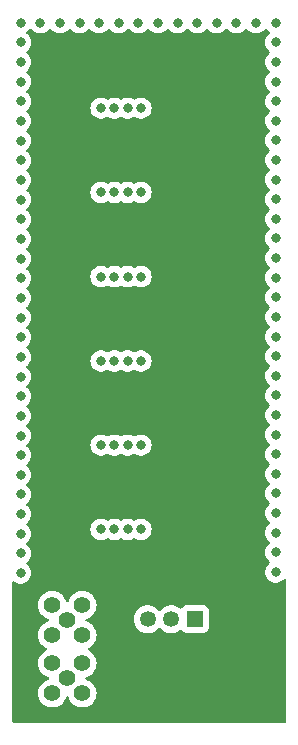
<source format=gbl>
G04 #@! TF.GenerationSoftware,KiCad,Pcbnew,8.0.1-8.0.1-1~ubuntu22.04.1*
G04 #@! TF.CreationDate,2024-03-18T13:01:17-05:00*
G04 #@! TF.ProjectId,onsemi-version,6f6e7365-6d69-42d7-9665-7273696f6e2e,rev?*
G04 #@! TF.SameCoordinates,Original*
G04 #@! TF.FileFunction,Copper,L2,Bot*
G04 #@! TF.FilePolarity,Positive*
%FSLAX46Y46*%
G04 Gerber Fmt 4.6, Leading zero omitted, Abs format (unit mm)*
G04 Created by KiCad (PCBNEW 8.0.1-8.0.1-1~ubuntu22.04.1) date 2024-03-18 13:01:17*
%MOMM*%
%LPD*%
G01*
G04 APERTURE LIST*
G04 #@! TA.AperFunction,ComponentPad*
%ADD10C,1.397000*%
G04 #@! TD*
G04 #@! TA.AperFunction,ComponentPad*
%ADD11R,1.350000X1.350000*%
G04 #@! TD*
G04 #@! TA.AperFunction,ComponentPad*
%ADD12C,1.350000*%
G04 #@! TD*
G04 #@! TA.AperFunction,ViaPad*
%ADD13C,0.800000*%
G04 #@! TD*
G04 APERTURE END LIST*
D10*
X45195000Y-86902000D03*
X43925000Y-85632000D03*
X43925000Y-88172000D03*
X46465000Y-88172000D03*
X46465000Y-85632000D03*
D11*
X56000000Y-86832000D03*
D12*
X54000000Y-86832000D03*
X52000000Y-86832000D03*
D10*
X45195000Y-91832000D03*
X43925000Y-90562000D03*
X43925000Y-93102000D03*
X46465000Y-93102000D03*
X46465000Y-90562000D03*
D13*
X51425000Y-43568000D03*
X62839282Y-72867708D03*
X61178568Y-36332000D03*
X62839282Y-61242710D03*
X48050000Y-72096000D03*
X50300000Y-50700000D03*
X41250000Y-64624845D03*
X48050000Y-79228000D03*
X62839282Y-49617712D03*
X62839282Y-51278426D03*
X48050000Y-57832000D03*
X41250000Y-69617700D03*
X62839282Y-76189136D03*
X41250000Y-46317710D03*
X62839282Y-52939140D03*
X57857140Y-36332000D03*
X41250000Y-57967705D03*
X62839282Y-46296284D03*
X50300000Y-79228000D03*
X49175000Y-57832000D03*
X49175000Y-64964000D03*
X41250000Y-66289130D03*
X51425000Y-64964000D03*
X56196426Y-36332000D03*
X41250000Y-59631990D03*
X62839282Y-81171278D03*
X41250000Y-54639135D03*
X54535712Y-36332000D03*
X62839282Y-36332000D03*
X62839282Y-62903424D03*
X49175000Y-79228000D03*
X47892856Y-36332000D03*
X62839282Y-57921282D03*
X62839282Y-82832000D03*
X51425000Y-57832000D03*
X41250000Y-72946270D03*
X49553570Y-36332000D03*
X50300000Y-43568000D03*
X41250000Y-82931980D03*
X59517854Y-36332000D03*
X62839282Y-67885566D03*
X42910714Y-36332000D03*
X41250000Y-67953415D03*
X41250000Y-36332000D03*
X62839282Y-77849850D03*
X41250000Y-62960560D03*
X62839282Y-66224852D03*
X41250000Y-76274840D03*
X41250000Y-42989140D03*
X41250000Y-44653425D03*
X41250000Y-61296275D03*
X41250000Y-81267695D03*
X48050000Y-43568000D03*
X52874998Y-36332000D03*
X51425000Y-50700000D03*
X51214284Y-36332000D03*
X41250000Y-71281985D03*
X41250000Y-51310565D03*
X62839282Y-41314142D03*
X50300000Y-64964000D03*
X62839282Y-59581996D03*
X41250000Y-37996285D03*
X41250000Y-77939125D03*
X49175000Y-43568000D03*
X51425000Y-72096000D03*
X41250000Y-39660570D03*
X62839282Y-42974856D03*
X41250000Y-56303420D03*
X62839282Y-64564138D03*
X62839282Y-74528422D03*
X41250000Y-47981995D03*
X62839282Y-39653428D03*
X48050000Y-64964000D03*
X46232142Y-36332000D03*
X50300000Y-57832000D03*
X41250000Y-41324855D03*
X50300000Y-72096000D03*
X41250000Y-79603410D03*
X49175000Y-50700000D03*
X62839282Y-44635570D03*
X41250000Y-52974850D03*
X62839282Y-56260568D03*
X62839282Y-54599854D03*
X62839282Y-69546280D03*
X41250000Y-74610555D03*
X44571428Y-36332000D03*
X62839282Y-79510564D03*
X48050000Y-50700000D03*
X62839282Y-37992714D03*
X51425000Y-79228000D03*
X62839282Y-71206994D03*
X41250000Y-49646280D03*
X49175000Y-72096000D03*
X62839282Y-47956998D03*
X56500000Y-90632000D03*
X58200000Y-54832000D03*
X53800000Y-90632000D03*
X58200000Y-61964000D03*
X58200000Y-76228000D03*
X58200000Y-40568000D03*
X58200000Y-69096000D03*
X58200000Y-47700000D03*
X55600000Y-90632000D03*
X54700000Y-90632000D03*
G04 #@! TA.AperFunction,Conductor*
G36*
X62095347Y-36851612D02*
G01*
X62102223Y-36859546D01*
X62102401Y-36859387D01*
X62106748Y-36864215D01*
X62106749Y-36864216D01*
X62233411Y-37004888D01*
X62312073Y-37062039D01*
X62354738Y-37117369D01*
X62360717Y-37186982D01*
X62328111Y-37248777D01*
X62312073Y-37262675D01*
X62233409Y-37319827D01*
X62106748Y-37460499D01*
X62012103Y-37624429D01*
X62012100Y-37624436D01*
X61953609Y-37804454D01*
X61953608Y-37804458D01*
X61933822Y-37992714D01*
X61953608Y-38180970D01*
X61953609Y-38180973D01*
X62012100Y-38360991D01*
X62012103Y-38360998D01*
X62106749Y-38524930D01*
X62233411Y-38665602D01*
X62312073Y-38722753D01*
X62354738Y-38778083D01*
X62360717Y-38847696D01*
X62328111Y-38909491D01*
X62312073Y-38923389D01*
X62233409Y-38980541D01*
X62106748Y-39121213D01*
X62012103Y-39285143D01*
X62012100Y-39285150D01*
X61953609Y-39465168D01*
X61953608Y-39465172D01*
X61933822Y-39653428D01*
X61953608Y-39841684D01*
X61953609Y-39841687D01*
X62012100Y-40021705D01*
X62012103Y-40021712D01*
X62106749Y-40185644D01*
X62233411Y-40326316D01*
X62312073Y-40383467D01*
X62354738Y-40438797D01*
X62360717Y-40508410D01*
X62328111Y-40570205D01*
X62312073Y-40584103D01*
X62233409Y-40641255D01*
X62106748Y-40781927D01*
X62012103Y-40945857D01*
X62012100Y-40945864D01*
X61953609Y-41125882D01*
X61953608Y-41125886D01*
X61933822Y-41314142D01*
X61953608Y-41502398D01*
X61953609Y-41502401D01*
X62012100Y-41682419D01*
X62012103Y-41682426D01*
X62106749Y-41846358D01*
X62233411Y-41987030D01*
X62312073Y-42044181D01*
X62354738Y-42099511D01*
X62360717Y-42169124D01*
X62328111Y-42230919D01*
X62312073Y-42244817D01*
X62233409Y-42301969D01*
X62106748Y-42442641D01*
X62012103Y-42606571D01*
X62012100Y-42606578D01*
X61979518Y-42706857D01*
X61953608Y-42786600D01*
X61933822Y-42974856D01*
X61953608Y-43163112D01*
X61953609Y-43163115D01*
X62012100Y-43343133D01*
X62012103Y-43343140D01*
X62106749Y-43507072D01*
X62233411Y-43647744D01*
X62312073Y-43704895D01*
X62354738Y-43760225D01*
X62360717Y-43829838D01*
X62328111Y-43891633D01*
X62312073Y-43905531D01*
X62233409Y-43962683D01*
X62106748Y-44103355D01*
X62012103Y-44267285D01*
X62012100Y-44267292D01*
X61953609Y-44447310D01*
X61953608Y-44447314D01*
X61933822Y-44635570D01*
X61953608Y-44823826D01*
X61953609Y-44823829D01*
X62012100Y-45003847D01*
X62012103Y-45003854D01*
X62106749Y-45167786D01*
X62233411Y-45308458D01*
X62312073Y-45365609D01*
X62354738Y-45420939D01*
X62360717Y-45490552D01*
X62328111Y-45552347D01*
X62312073Y-45566245D01*
X62233409Y-45623397D01*
X62106748Y-45764069D01*
X62012103Y-45927999D01*
X62012100Y-45928006D01*
X61953609Y-46108024D01*
X61953608Y-46108028D01*
X61933822Y-46296284D01*
X61953608Y-46484540D01*
X61953609Y-46484543D01*
X62012100Y-46664561D01*
X62012103Y-46664568D01*
X62106749Y-46828500D01*
X62233411Y-46969172D01*
X62312073Y-47026323D01*
X62354738Y-47081653D01*
X62360717Y-47151266D01*
X62328111Y-47213061D01*
X62312073Y-47226959D01*
X62233409Y-47284111D01*
X62106748Y-47424783D01*
X62012103Y-47588713D01*
X62012100Y-47588720D01*
X61953609Y-47768738D01*
X61953608Y-47768742D01*
X61933822Y-47956998D01*
X61953608Y-48145254D01*
X61953609Y-48145257D01*
X62012100Y-48325275D01*
X62012103Y-48325282D01*
X62106749Y-48489214D01*
X62233411Y-48629886D01*
X62267817Y-48654883D01*
X62312073Y-48687037D01*
X62354738Y-48742367D01*
X62360717Y-48811980D01*
X62328111Y-48873775D01*
X62312073Y-48887673D01*
X62233409Y-48944825D01*
X62106748Y-49085497D01*
X62012103Y-49249427D01*
X62012100Y-49249434D01*
X61953609Y-49429452D01*
X61953608Y-49429456D01*
X61933822Y-49617712D01*
X61953608Y-49805968D01*
X61953609Y-49805971D01*
X62012100Y-49985989D01*
X62012103Y-49985996D01*
X62106749Y-50149928D01*
X62233411Y-50290600D01*
X62272732Y-50319168D01*
X62312073Y-50347751D01*
X62354738Y-50403081D01*
X62360717Y-50472694D01*
X62328111Y-50534489D01*
X62312073Y-50548387D01*
X62233409Y-50605539D01*
X62106748Y-50746211D01*
X62012103Y-50910141D01*
X62012100Y-50910148D01*
X61960719Y-51068284D01*
X61953608Y-51090170D01*
X61933822Y-51278426D01*
X61953608Y-51466682D01*
X61953609Y-51466685D01*
X62012100Y-51646703D01*
X62012103Y-51646710D01*
X62106749Y-51810642D01*
X62233411Y-51951314D01*
X62277647Y-51983453D01*
X62312073Y-52008465D01*
X62354738Y-52063795D01*
X62360717Y-52133408D01*
X62328111Y-52195203D01*
X62312073Y-52209101D01*
X62233409Y-52266253D01*
X62106748Y-52406925D01*
X62012103Y-52570855D01*
X62012100Y-52570862D01*
X61953609Y-52750880D01*
X61953608Y-52750884D01*
X61933822Y-52939140D01*
X61953608Y-53127396D01*
X61953609Y-53127399D01*
X62012100Y-53307417D01*
X62012103Y-53307424D01*
X62106749Y-53471356D01*
X62233411Y-53612028D01*
X62282562Y-53647738D01*
X62312073Y-53669179D01*
X62354738Y-53724509D01*
X62360717Y-53794122D01*
X62328111Y-53855917D01*
X62312073Y-53869815D01*
X62233409Y-53926967D01*
X62106748Y-54067639D01*
X62012103Y-54231569D01*
X62012100Y-54231576D01*
X61953609Y-54411594D01*
X61953608Y-54411598D01*
X61933822Y-54599854D01*
X61953608Y-54788110D01*
X61953609Y-54788113D01*
X62012100Y-54968131D01*
X62012103Y-54968138D01*
X62106749Y-55132070D01*
X62233411Y-55272742D01*
X62287477Y-55312023D01*
X62312073Y-55329893D01*
X62354738Y-55385223D01*
X62360717Y-55454836D01*
X62328111Y-55516631D01*
X62312073Y-55530529D01*
X62233409Y-55587681D01*
X62106748Y-55728353D01*
X62012103Y-55892283D01*
X62012100Y-55892290D01*
X61953609Y-56072308D01*
X61953608Y-56072312D01*
X61933822Y-56260568D01*
X61953608Y-56448824D01*
X61953609Y-56448827D01*
X62012100Y-56628845D01*
X62012103Y-56628852D01*
X62106749Y-56792784D01*
X62233411Y-56933456D01*
X62292392Y-56976308D01*
X62312073Y-56990607D01*
X62354738Y-57045937D01*
X62360717Y-57115550D01*
X62328111Y-57177345D01*
X62312073Y-57191243D01*
X62233409Y-57248395D01*
X62106748Y-57389067D01*
X62012103Y-57552997D01*
X62012100Y-57553004D01*
X61953609Y-57733022D01*
X61953608Y-57733026D01*
X61933822Y-57921282D01*
X61953608Y-58109538D01*
X61953609Y-58109541D01*
X62012100Y-58289559D01*
X62012103Y-58289566D01*
X62106749Y-58453498D01*
X62233411Y-58594170D01*
X62297307Y-58640593D01*
X62312073Y-58651321D01*
X62354738Y-58706651D01*
X62360717Y-58776264D01*
X62328111Y-58838059D01*
X62312073Y-58851957D01*
X62233409Y-58909109D01*
X62106748Y-59049781D01*
X62012103Y-59213711D01*
X62012100Y-59213718D01*
X61953609Y-59393736D01*
X61953608Y-59393740D01*
X61933822Y-59581996D01*
X61953608Y-59770252D01*
X61953609Y-59770255D01*
X62012100Y-59950273D01*
X62012103Y-59950280D01*
X62106749Y-60114212D01*
X62233411Y-60254884D01*
X62302222Y-60304878D01*
X62312073Y-60312035D01*
X62354738Y-60367365D01*
X62360717Y-60436978D01*
X62328111Y-60498773D01*
X62312073Y-60512671D01*
X62233409Y-60569823D01*
X62106748Y-60710495D01*
X62012103Y-60874425D01*
X62012100Y-60874432D01*
X61953609Y-61054450D01*
X61953608Y-61054454D01*
X61933822Y-61242710D01*
X61953608Y-61430966D01*
X61953609Y-61430969D01*
X62012100Y-61610987D01*
X62012103Y-61610994D01*
X62106749Y-61774926D01*
X62233411Y-61915598D01*
X62307137Y-61969163D01*
X62312073Y-61972749D01*
X62354738Y-62028079D01*
X62360717Y-62097692D01*
X62328111Y-62159487D01*
X62312073Y-62173385D01*
X62233409Y-62230537D01*
X62106748Y-62371209D01*
X62012103Y-62535139D01*
X62012100Y-62535146D01*
X61993536Y-62592282D01*
X61953608Y-62715168D01*
X61933822Y-62903424D01*
X61953608Y-63091680D01*
X61953609Y-63091683D01*
X62012100Y-63271701D01*
X62012103Y-63271708D01*
X62106749Y-63435640D01*
X62233411Y-63576312D01*
X62312052Y-63633448D01*
X62312073Y-63633463D01*
X62354738Y-63688793D01*
X62360717Y-63758406D01*
X62328111Y-63820201D01*
X62312073Y-63834099D01*
X62233409Y-63891251D01*
X62106748Y-64031923D01*
X62012103Y-64195853D01*
X62012100Y-64195860D01*
X61953609Y-64375878D01*
X61953608Y-64375882D01*
X61933822Y-64564138D01*
X61953608Y-64752394D01*
X61953609Y-64752397D01*
X62012100Y-64932415D01*
X62012103Y-64932422D01*
X62106749Y-65096354D01*
X62233411Y-65237026D01*
X62312073Y-65294177D01*
X62354738Y-65349507D01*
X62360717Y-65419120D01*
X62328111Y-65480915D01*
X62312073Y-65494813D01*
X62233409Y-65551965D01*
X62106748Y-65692637D01*
X62012103Y-65856567D01*
X62012100Y-65856574D01*
X61953609Y-66036592D01*
X61953608Y-66036596D01*
X61933822Y-66224852D01*
X61953608Y-66413108D01*
X61953609Y-66413111D01*
X62012100Y-66593129D01*
X62012103Y-66593136D01*
X62106749Y-66757068D01*
X62233411Y-66897740D01*
X62312073Y-66954891D01*
X62354738Y-67010221D01*
X62360717Y-67079834D01*
X62328111Y-67141629D01*
X62312073Y-67155527D01*
X62233409Y-67212679D01*
X62106748Y-67353351D01*
X62012103Y-67517281D01*
X62012100Y-67517288D01*
X61990057Y-67585131D01*
X61953608Y-67697310D01*
X61933822Y-67885566D01*
X61953608Y-68073822D01*
X61953609Y-68073825D01*
X62012100Y-68253843D01*
X62012103Y-68253850D01*
X62106749Y-68417782D01*
X62233411Y-68558454D01*
X62312073Y-68615605D01*
X62354738Y-68670935D01*
X62360717Y-68740548D01*
X62328111Y-68802343D01*
X62312073Y-68816241D01*
X62233409Y-68873393D01*
X62106748Y-69014065D01*
X62012103Y-69177995D01*
X62012100Y-69178002D01*
X61953609Y-69358020D01*
X61953608Y-69358024D01*
X61933822Y-69546280D01*
X61953608Y-69734536D01*
X61953609Y-69734539D01*
X62012100Y-69914557D01*
X62012103Y-69914564D01*
X62106749Y-70078496D01*
X62233411Y-70219168D01*
X62312073Y-70276319D01*
X62354738Y-70331649D01*
X62360717Y-70401262D01*
X62328111Y-70463057D01*
X62312073Y-70476955D01*
X62233409Y-70534107D01*
X62106748Y-70674779D01*
X62012103Y-70838709D01*
X62012100Y-70838716D01*
X61953609Y-71018734D01*
X61953608Y-71018738D01*
X61933822Y-71206994D01*
X61953608Y-71395250D01*
X61953609Y-71395253D01*
X62012100Y-71575271D01*
X62012103Y-71575278D01*
X62106749Y-71739210D01*
X62233411Y-71879882D01*
X62271760Y-71907744D01*
X62312073Y-71937033D01*
X62354738Y-71992363D01*
X62360717Y-72061976D01*
X62328111Y-72123771D01*
X62312073Y-72137669D01*
X62233409Y-72194821D01*
X62106748Y-72335493D01*
X62012103Y-72499423D01*
X62012100Y-72499430D01*
X61953609Y-72679448D01*
X61953608Y-72679452D01*
X61933822Y-72867708D01*
X61953608Y-73055964D01*
X61953609Y-73055967D01*
X62012100Y-73235985D01*
X62012103Y-73235992D01*
X62106749Y-73399924D01*
X62233411Y-73540596D01*
X62312073Y-73597747D01*
X62354738Y-73653077D01*
X62360717Y-73722690D01*
X62328111Y-73784485D01*
X62312073Y-73798383D01*
X62233409Y-73855535D01*
X62106748Y-73996207D01*
X62012103Y-74160137D01*
X62012100Y-74160144D01*
X61985414Y-74242277D01*
X61953608Y-74340166D01*
X61933822Y-74528422D01*
X61953608Y-74716678D01*
X61953609Y-74716681D01*
X62012100Y-74896699D01*
X62012103Y-74896706D01*
X62106749Y-75060638D01*
X62233411Y-75201310D01*
X62312073Y-75258461D01*
X62354738Y-75313791D01*
X62360717Y-75383404D01*
X62328111Y-75445199D01*
X62312073Y-75459097D01*
X62233409Y-75516249D01*
X62106748Y-75656921D01*
X62012103Y-75820851D01*
X62012100Y-75820858D01*
X61953609Y-76000876D01*
X61953608Y-76000880D01*
X61933822Y-76189136D01*
X61953608Y-76377392D01*
X61953609Y-76377395D01*
X62012100Y-76557413D01*
X62012103Y-76557420D01*
X62106749Y-76721352D01*
X62233411Y-76862024D01*
X62312073Y-76919175D01*
X62354738Y-76974505D01*
X62360717Y-77044118D01*
X62328111Y-77105913D01*
X62312073Y-77119811D01*
X62233409Y-77176963D01*
X62106748Y-77317635D01*
X62012103Y-77481565D01*
X62012100Y-77481572D01*
X61953609Y-77661590D01*
X61953608Y-77661594D01*
X61933822Y-77849850D01*
X61953608Y-78038106D01*
X61953609Y-78038109D01*
X62012100Y-78218127D01*
X62012103Y-78218134D01*
X62106749Y-78382066D01*
X62233411Y-78522738D01*
X62312073Y-78579889D01*
X62354738Y-78635219D01*
X62360717Y-78704832D01*
X62328111Y-78766627D01*
X62312073Y-78780525D01*
X62233409Y-78837677D01*
X62106748Y-78978349D01*
X62012103Y-79142279D01*
X62012100Y-79142286D01*
X61981935Y-79235126D01*
X61953608Y-79322308D01*
X61933822Y-79510564D01*
X61953608Y-79698820D01*
X61953609Y-79698823D01*
X62012100Y-79878841D01*
X62012103Y-79878848D01*
X62106749Y-80042780D01*
X62233411Y-80183452D01*
X62312073Y-80240603D01*
X62354738Y-80295933D01*
X62360717Y-80365546D01*
X62328111Y-80427341D01*
X62312073Y-80441239D01*
X62233409Y-80498391D01*
X62106748Y-80639063D01*
X62012103Y-80802993D01*
X62012100Y-80803000D01*
X61953609Y-80983018D01*
X61953608Y-80983022D01*
X61933822Y-81171278D01*
X61953608Y-81359534D01*
X61953609Y-81359537D01*
X62012100Y-81539555D01*
X62012103Y-81539562D01*
X62106749Y-81703494D01*
X62233411Y-81844166D01*
X62283633Y-81880654D01*
X62312078Y-81901321D01*
X62354743Y-81956651D01*
X62360722Y-82026265D01*
X62328116Y-82088060D01*
X62312078Y-82101957D01*
X62233409Y-82159113D01*
X62106748Y-82299785D01*
X62012103Y-82463715D01*
X62012100Y-82463722D01*
X61979617Y-82563696D01*
X61953608Y-82643744D01*
X61933822Y-82832000D01*
X61953608Y-83020256D01*
X61953609Y-83020259D01*
X62012100Y-83200277D01*
X62012103Y-83200284D01*
X62106749Y-83364216D01*
X62196770Y-83464194D01*
X62233411Y-83504888D01*
X62386547Y-83616148D01*
X62386552Y-83616151D01*
X62559474Y-83693142D01*
X62559479Y-83693144D01*
X62744636Y-83732500D01*
X62744637Y-83732500D01*
X62933926Y-83732500D01*
X62933928Y-83732500D01*
X63119085Y-83693144D01*
X63292012Y-83616151D01*
X63445153Y-83504888D01*
X63533850Y-83406379D01*
X63593337Y-83369731D01*
X63663194Y-83371062D01*
X63721242Y-83409948D01*
X63749052Y-83474045D01*
X63750000Y-83489352D01*
X63750000Y-95458000D01*
X63730315Y-95525039D01*
X63677511Y-95570794D01*
X63626000Y-95582000D01*
X40624000Y-95582000D01*
X40556961Y-95562315D01*
X40511206Y-95509511D01*
X40500000Y-95458000D01*
X40500000Y-93102000D01*
X42720863Y-93102000D01*
X42741365Y-93323259D01*
X42741366Y-93323261D01*
X42802174Y-93536979D01*
X42802180Y-93536994D01*
X42901222Y-93735896D01*
X43035133Y-93913224D01*
X43199344Y-94062921D01*
X43199346Y-94062923D01*
X43388266Y-94179897D01*
X43388272Y-94179900D01*
X43417206Y-94191109D01*
X43595472Y-94260170D01*
X43813896Y-94301000D01*
X43813899Y-94301000D01*
X44036101Y-94301000D01*
X44036104Y-94301000D01*
X44254528Y-94260170D01*
X44461730Y-94179899D01*
X44650655Y-94062922D01*
X44814868Y-93913222D01*
X44948778Y-93735896D01*
X45047824Y-93536984D01*
X45075734Y-93438889D01*
X45113013Y-93379796D01*
X45176323Y-93350239D01*
X45245562Y-93359601D01*
X45298749Y-93404911D01*
X45314266Y-93438890D01*
X45342174Y-93536979D01*
X45342180Y-93536994D01*
X45441222Y-93735896D01*
X45575133Y-93913224D01*
X45739344Y-94062921D01*
X45739346Y-94062923D01*
X45928266Y-94179897D01*
X45928272Y-94179900D01*
X45957206Y-94191109D01*
X46135472Y-94260170D01*
X46353896Y-94301000D01*
X46353899Y-94301000D01*
X46576101Y-94301000D01*
X46576104Y-94301000D01*
X46794528Y-94260170D01*
X47001730Y-94179899D01*
X47190655Y-94062922D01*
X47354868Y-93913222D01*
X47488778Y-93735896D01*
X47587824Y-93536984D01*
X47648634Y-93323260D01*
X47669137Y-93102000D01*
X47648634Y-92880740D01*
X47587824Y-92667016D01*
X47488778Y-92468104D01*
X47354868Y-92290778D01*
X47354866Y-92290775D01*
X47190655Y-92141078D01*
X47190653Y-92141076D01*
X47001733Y-92024102D01*
X47001727Y-92024100D01*
X46804322Y-91947624D01*
X46748925Y-91905054D01*
X46725334Y-91839287D01*
X46741045Y-91771207D01*
X46791069Y-91722428D01*
X46804308Y-91716380D01*
X47001730Y-91639899D01*
X47190655Y-91522922D01*
X47354868Y-91373222D01*
X47488778Y-91195896D01*
X47587824Y-90996984D01*
X47648634Y-90783260D01*
X47669137Y-90562000D01*
X47648634Y-90340740D01*
X47587824Y-90127016D01*
X47488778Y-89928104D01*
X47354868Y-89750778D01*
X47354866Y-89750775D01*
X47190655Y-89601078D01*
X47190653Y-89601076D01*
X47001733Y-89484102D01*
X47001724Y-89484098D01*
X46997926Y-89482627D01*
X46942524Y-89440055D01*
X46918933Y-89374288D01*
X46934644Y-89306208D01*
X46984667Y-89257428D01*
X46997926Y-89251373D01*
X46999791Y-89250650D01*
X47001730Y-89249899D01*
X47190655Y-89132922D01*
X47354868Y-88983222D01*
X47488778Y-88805896D01*
X47587824Y-88606984D01*
X47648634Y-88393260D01*
X47669137Y-88172000D01*
X47648634Y-87950740D01*
X47587824Y-87737016D01*
X47488778Y-87538104D01*
X47354868Y-87360778D01*
X47354866Y-87360775D01*
X47190655Y-87211078D01*
X47190653Y-87211076D01*
X47001733Y-87094102D01*
X47001727Y-87094100D01*
X46804322Y-87017624D01*
X46748925Y-86975054D01*
X46725334Y-86909287D01*
X46741045Y-86841207D01*
X46750487Y-86832000D01*
X50819464Y-86832000D01*
X50839564Y-87048918D01*
X50839564Y-87048920D01*
X50839565Y-87048923D01*
X50899183Y-87258459D01*
X50996288Y-87453472D01*
X51127573Y-87627322D01*
X51288568Y-87774088D01*
X51288575Y-87774092D01*
X51288576Y-87774093D01*
X51473786Y-87888770D01*
X51473792Y-87888773D01*
X51496664Y-87897633D01*
X51676931Y-87967470D01*
X51891074Y-88007500D01*
X51891076Y-88007500D01*
X52108924Y-88007500D01*
X52108926Y-88007500D01*
X52323069Y-87967470D01*
X52526210Y-87888772D01*
X52711432Y-87774088D01*
X52872427Y-87627322D01*
X52901047Y-87589422D01*
X52957153Y-87547787D01*
X53026865Y-87543094D01*
X53088048Y-87576836D01*
X53098946Y-87589414D01*
X53127573Y-87627322D01*
X53288568Y-87774088D01*
X53288575Y-87774092D01*
X53288576Y-87774093D01*
X53473786Y-87888770D01*
X53473792Y-87888773D01*
X53496664Y-87897633D01*
X53676931Y-87967470D01*
X53891074Y-88007500D01*
X53891076Y-88007500D01*
X54108924Y-88007500D01*
X54108926Y-88007500D01*
X54323069Y-87967470D01*
X54526210Y-87888772D01*
X54711432Y-87774088D01*
X54722407Y-87764082D01*
X54785207Y-87733463D01*
X54854594Y-87741657D01*
X54905214Y-87781405D01*
X54967452Y-87864544D01*
X54967455Y-87864547D01*
X55082664Y-87950793D01*
X55082671Y-87950797D01*
X55217517Y-88001091D01*
X55217516Y-88001091D01*
X55224444Y-88001835D01*
X55277127Y-88007500D01*
X56722872Y-88007499D01*
X56782483Y-88001091D01*
X56917331Y-87950796D01*
X57032546Y-87864546D01*
X57118796Y-87749331D01*
X57169091Y-87614483D01*
X57175500Y-87554873D01*
X57175499Y-86109128D01*
X57169091Y-86049517D01*
X57164302Y-86036678D01*
X57118797Y-85914671D01*
X57118793Y-85914664D01*
X57032547Y-85799455D01*
X57032544Y-85799452D01*
X56917335Y-85713206D01*
X56917328Y-85713202D01*
X56782482Y-85662908D01*
X56782483Y-85662908D01*
X56722883Y-85656501D01*
X56722881Y-85656500D01*
X56722873Y-85656500D01*
X56722864Y-85656500D01*
X55277129Y-85656500D01*
X55277123Y-85656501D01*
X55217516Y-85662908D01*
X55082671Y-85713202D01*
X55082664Y-85713206D01*
X54967455Y-85799452D01*
X54905214Y-85882594D01*
X54849279Y-85924465D01*
X54779588Y-85929448D01*
X54722411Y-85899920D01*
X54711434Y-85889913D01*
X54711429Y-85889910D01*
X54526213Y-85775229D01*
X54526207Y-85775226D01*
X54441113Y-85742260D01*
X54323069Y-85696530D01*
X54108926Y-85656500D01*
X53891074Y-85656500D01*
X53676931Y-85696530D01*
X53633896Y-85713202D01*
X53473792Y-85775226D01*
X53473786Y-85775229D01*
X53288576Y-85889906D01*
X53288566Y-85889913D01*
X53127573Y-86036676D01*
X53098953Y-86074576D01*
X53042844Y-86116211D01*
X52973132Y-86120902D01*
X52911950Y-86087159D01*
X52901047Y-86074576D01*
X52872426Y-86036676D01*
X52711433Y-85889913D01*
X52711423Y-85889906D01*
X52526213Y-85775229D01*
X52526207Y-85775226D01*
X52441113Y-85742260D01*
X52323069Y-85696530D01*
X52108926Y-85656500D01*
X51891074Y-85656500D01*
X51676931Y-85696530D01*
X51633896Y-85713202D01*
X51473792Y-85775226D01*
X51473786Y-85775229D01*
X51288576Y-85889906D01*
X51288566Y-85889913D01*
X51127574Y-86036676D01*
X50996288Y-86210527D01*
X50899184Y-86405537D01*
X50839564Y-86615081D01*
X50819464Y-86831999D01*
X50819464Y-86832000D01*
X46750487Y-86832000D01*
X46791069Y-86792428D01*
X46804308Y-86786380D01*
X47001730Y-86709899D01*
X47190655Y-86592922D01*
X47354868Y-86443222D01*
X47488778Y-86265896D01*
X47587824Y-86066984D01*
X47648634Y-85853260D01*
X47669137Y-85632000D01*
X47648634Y-85410740D01*
X47587824Y-85197016D01*
X47488778Y-84998104D01*
X47354868Y-84820778D01*
X47354866Y-84820775D01*
X47190655Y-84671078D01*
X47190653Y-84671076D01*
X47001733Y-84554102D01*
X47001727Y-84554099D01*
X46894080Y-84512397D01*
X46794528Y-84473830D01*
X46576104Y-84433000D01*
X46353896Y-84433000D01*
X46135472Y-84473830D01*
X46085695Y-84493113D01*
X45928272Y-84554099D01*
X45928266Y-84554102D01*
X45739346Y-84671076D01*
X45739344Y-84671078D01*
X45575133Y-84820775D01*
X45441222Y-84998103D01*
X45342180Y-85197005D01*
X45342174Y-85197020D01*
X45314266Y-85295109D01*
X45276987Y-85354203D01*
X45213677Y-85383760D01*
X45144438Y-85374398D01*
X45091251Y-85329088D01*
X45075734Y-85295109D01*
X45047825Y-85197020D01*
X45047824Y-85197016D01*
X44948778Y-84998104D01*
X44814868Y-84820778D01*
X44814866Y-84820775D01*
X44650655Y-84671078D01*
X44650653Y-84671076D01*
X44461733Y-84554102D01*
X44461727Y-84554099D01*
X44354080Y-84512397D01*
X44254528Y-84473830D01*
X44036104Y-84433000D01*
X43813896Y-84433000D01*
X43595472Y-84473830D01*
X43545695Y-84493113D01*
X43388272Y-84554099D01*
X43388266Y-84554102D01*
X43199346Y-84671076D01*
X43199344Y-84671078D01*
X43035133Y-84820775D01*
X42901222Y-84998103D01*
X42802180Y-85197005D01*
X42802174Y-85197020D01*
X42741366Y-85410738D01*
X42741365Y-85410740D01*
X42720863Y-85631999D01*
X42720863Y-85632000D01*
X42741365Y-85853259D01*
X42741366Y-85853261D01*
X42802174Y-86066979D01*
X42802180Y-86066994D01*
X42901222Y-86265896D01*
X43035133Y-86443224D01*
X43199344Y-86592921D01*
X43199346Y-86592923D01*
X43388266Y-86709897D01*
X43388272Y-86709900D01*
X43430693Y-86726333D01*
X43585675Y-86786374D01*
X43641074Y-86828946D01*
X43664665Y-86894713D01*
X43648954Y-86962793D01*
X43598930Y-87011572D01*
X43585684Y-87017621D01*
X43506371Y-87048348D01*
X43388272Y-87094099D01*
X43388266Y-87094102D01*
X43199346Y-87211076D01*
X43199344Y-87211078D01*
X43035133Y-87360775D01*
X42901222Y-87538103D01*
X42802180Y-87737005D01*
X42802174Y-87737020D01*
X42741366Y-87950738D01*
X42741365Y-87950740D01*
X42720863Y-88171999D01*
X42720863Y-88172000D01*
X42741365Y-88393259D01*
X42741366Y-88393261D01*
X42802174Y-88606979D01*
X42802180Y-88606994D01*
X42901222Y-88805896D01*
X43035133Y-88983224D01*
X43199344Y-89132921D01*
X43199346Y-89132923D01*
X43388266Y-89249897D01*
X43388281Y-89249904D01*
X43392077Y-89251375D01*
X43447477Y-89293949D01*
X43471066Y-89359716D01*
X43455353Y-89427796D01*
X43405328Y-89476574D01*
X43392077Y-89482625D01*
X43388281Y-89484095D01*
X43388266Y-89484102D01*
X43199346Y-89601076D01*
X43199344Y-89601078D01*
X43035133Y-89750775D01*
X42901222Y-89928103D01*
X42802180Y-90127005D01*
X42802174Y-90127020D01*
X42741366Y-90340738D01*
X42741365Y-90340740D01*
X42720863Y-90561999D01*
X42720863Y-90562000D01*
X42741365Y-90783259D01*
X42741366Y-90783261D01*
X42802174Y-90996979D01*
X42802180Y-90996994D01*
X42901222Y-91195896D01*
X43035133Y-91373224D01*
X43199344Y-91522921D01*
X43199346Y-91522923D01*
X43388266Y-91639897D01*
X43388272Y-91639900D01*
X43430693Y-91656333D01*
X43585675Y-91716374D01*
X43641074Y-91758946D01*
X43664665Y-91824713D01*
X43648954Y-91892793D01*
X43598930Y-91941572D01*
X43585684Y-91947621D01*
X43506371Y-91978348D01*
X43388272Y-92024099D01*
X43388266Y-92024102D01*
X43199346Y-92141076D01*
X43199344Y-92141078D01*
X43035133Y-92290775D01*
X42901222Y-92468103D01*
X42802180Y-92667005D01*
X42802174Y-92667020D01*
X42741366Y-92880738D01*
X42741365Y-92880740D01*
X42720863Y-93101999D01*
X42720863Y-93102000D01*
X40500000Y-93102000D01*
X40500000Y-83743515D01*
X40519685Y-83676476D01*
X40572489Y-83630721D01*
X40641647Y-83620777D01*
X40696882Y-83643195D01*
X40765631Y-83693144D01*
X40797270Y-83716131D01*
X40970192Y-83793122D01*
X40970197Y-83793124D01*
X41155354Y-83832480D01*
X41155355Y-83832480D01*
X41344644Y-83832480D01*
X41344646Y-83832480D01*
X41529803Y-83793124D01*
X41702730Y-83716131D01*
X41855871Y-83604868D01*
X41982533Y-83464196D01*
X42077179Y-83300264D01*
X42135674Y-83120236D01*
X42155460Y-82931980D01*
X42135674Y-82743724D01*
X42077179Y-82563696D01*
X41982533Y-82399764D01*
X41855871Y-82259092D01*
X41774751Y-82200155D01*
X41732086Y-82144825D01*
X41726107Y-82075211D01*
X41758713Y-82013416D01*
X41774752Y-81999519D01*
X41855871Y-81940583D01*
X41982533Y-81799911D01*
X42077179Y-81635979D01*
X42135674Y-81455951D01*
X42155460Y-81267695D01*
X42135674Y-81079439D01*
X42077179Y-80899411D01*
X41982533Y-80735479D01*
X41855871Y-80594807D01*
X41774751Y-80535870D01*
X41732086Y-80480540D01*
X41726107Y-80410926D01*
X41758713Y-80349131D01*
X41774752Y-80335234D01*
X41800818Y-80316296D01*
X41855871Y-80276298D01*
X41982533Y-80135626D01*
X42077179Y-79971694D01*
X42135674Y-79791666D01*
X42155460Y-79603410D01*
X42135674Y-79415154D01*
X42077179Y-79235126D01*
X42073065Y-79228000D01*
X47144540Y-79228000D01*
X47164326Y-79416256D01*
X47164327Y-79416259D01*
X47222818Y-79596277D01*
X47222821Y-79596284D01*
X47317467Y-79760216D01*
X47424278Y-79878841D01*
X47444129Y-79900888D01*
X47597265Y-80012148D01*
X47597270Y-80012151D01*
X47770192Y-80089142D01*
X47770197Y-80089144D01*
X47955354Y-80128500D01*
X47955355Y-80128500D01*
X48144644Y-80128500D01*
X48144646Y-80128500D01*
X48329803Y-80089144D01*
X48502730Y-80012151D01*
X48539615Y-79985352D01*
X48605419Y-79961872D01*
X48673473Y-79977696D01*
X48685377Y-79985346D01*
X48722270Y-80012151D01*
X48791059Y-80042778D01*
X48895192Y-80089142D01*
X48895197Y-80089144D01*
X49080354Y-80128500D01*
X49080355Y-80128500D01*
X49269644Y-80128500D01*
X49269646Y-80128500D01*
X49454803Y-80089144D01*
X49627730Y-80012151D01*
X49664615Y-79985352D01*
X49730419Y-79961872D01*
X49798473Y-79977696D01*
X49810377Y-79985346D01*
X49847270Y-80012151D01*
X49916059Y-80042778D01*
X50020192Y-80089142D01*
X50020197Y-80089144D01*
X50205354Y-80128500D01*
X50205355Y-80128500D01*
X50394644Y-80128500D01*
X50394646Y-80128500D01*
X50579803Y-80089144D01*
X50752730Y-80012151D01*
X50789615Y-79985352D01*
X50855419Y-79961872D01*
X50923473Y-79977696D01*
X50935377Y-79985346D01*
X50972270Y-80012151D01*
X51041059Y-80042778D01*
X51145192Y-80089142D01*
X51145197Y-80089144D01*
X51330354Y-80128500D01*
X51330355Y-80128500D01*
X51519644Y-80128500D01*
X51519646Y-80128500D01*
X51704803Y-80089144D01*
X51877730Y-80012151D01*
X52030871Y-79900888D01*
X52157533Y-79760216D01*
X52252179Y-79596284D01*
X52310674Y-79416256D01*
X52330460Y-79228000D01*
X52310674Y-79039744D01*
X52252179Y-78859716D01*
X52157533Y-78695784D01*
X52030871Y-78555112D01*
X51986312Y-78522738D01*
X51877734Y-78443851D01*
X51877729Y-78443848D01*
X51704807Y-78366857D01*
X51704802Y-78366855D01*
X51559001Y-78335865D01*
X51519646Y-78327500D01*
X51330354Y-78327500D01*
X51297897Y-78334398D01*
X51145197Y-78366855D01*
X51145192Y-78366857D01*
X50972270Y-78443848D01*
X50972266Y-78443851D01*
X50935384Y-78470647D01*
X50869577Y-78494126D01*
X50801524Y-78478300D01*
X50789616Y-78470647D01*
X50752733Y-78443851D01*
X50752729Y-78443848D01*
X50579807Y-78366857D01*
X50579802Y-78366855D01*
X50434001Y-78335865D01*
X50394646Y-78327500D01*
X50205354Y-78327500D01*
X50172897Y-78334398D01*
X50020197Y-78366855D01*
X50020192Y-78366857D01*
X49847270Y-78443848D01*
X49847266Y-78443851D01*
X49810384Y-78470647D01*
X49744577Y-78494126D01*
X49676524Y-78478300D01*
X49664616Y-78470647D01*
X49627733Y-78443851D01*
X49627729Y-78443848D01*
X49454807Y-78366857D01*
X49454802Y-78366855D01*
X49309001Y-78335865D01*
X49269646Y-78327500D01*
X49080354Y-78327500D01*
X49047897Y-78334398D01*
X48895197Y-78366855D01*
X48895192Y-78366857D01*
X48722270Y-78443848D01*
X48722266Y-78443851D01*
X48685384Y-78470647D01*
X48619577Y-78494126D01*
X48551524Y-78478300D01*
X48539616Y-78470647D01*
X48502733Y-78443851D01*
X48502729Y-78443848D01*
X48329807Y-78366857D01*
X48329802Y-78366855D01*
X48184001Y-78335865D01*
X48144646Y-78327500D01*
X47955354Y-78327500D01*
X47922897Y-78334398D01*
X47770197Y-78366855D01*
X47770192Y-78366857D01*
X47597270Y-78443848D01*
X47597265Y-78443851D01*
X47444129Y-78555111D01*
X47317466Y-78695785D01*
X47222821Y-78859715D01*
X47222818Y-78859722D01*
X47164327Y-79039740D01*
X47164326Y-79039744D01*
X47144540Y-79228000D01*
X42073065Y-79228000D01*
X41982533Y-79071194D01*
X41855871Y-78930522D01*
X41774751Y-78871585D01*
X41732086Y-78816255D01*
X41726107Y-78746641D01*
X41758713Y-78684846D01*
X41774752Y-78670949D01*
X41795903Y-78655582D01*
X41855871Y-78612013D01*
X41982533Y-78471341D01*
X42077179Y-78307409D01*
X42135674Y-78127381D01*
X42155460Y-77939125D01*
X42135674Y-77750869D01*
X42077179Y-77570841D01*
X41982533Y-77406909D01*
X41855871Y-77266237D01*
X41774751Y-77207300D01*
X41732086Y-77151970D01*
X41726107Y-77082356D01*
X41758713Y-77020561D01*
X41774752Y-77006664D01*
X41819015Y-76974505D01*
X41855871Y-76947728D01*
X41982533Y-76807056D01*
X42077179Y-76643124D01*
X42135674Y-76463096D01*
X42155460Y-76274840D01*
X42135674Y-76086584D01*
X42077179Y-75906556D01*
X41982533Y-75742624D01*
X41855871Y-75601952D01*
X41774751Y-75543015D01*
X41732086Y-75487685D01*
X41726107Y-75418071D01*
X41758713Y-75356276D01*
X41774752Y-75342379D01*
X41814100Y-75313791D01*
X41855871Y-75283443D01*
X41982533Y-75142771D01*
X42077179Y-74978839D01*
X42135674Y-74798811D01*
X42155460Y-74610555D01*
X42135674Y-74422299D01*
X42077179Y-74242271D01*
X41982533Y-74078339D01*
X41855871Y-73937667D01*
X41774751Y-73878730D01*
X41732086Y-73823400D01*
X41726107Y-73753786D01*
X41758713Y-73691991D01*
X41774752Y-73678094D01*
X41809185Y-73653077D01*
X41855871Y-73619158D01*
X41982533Y-73478486D01*
X42077179Y-73314554D01*
X42135674Y-73134526D01*
X42155460Y-72946270D01*
X42135674Y-72758014D01*
X42077179Y-72577986D01*
X41982533Y-72414054D01*
X41865662Y-72284256D01*
X41855872Y-72273383D01*
X41774751Y-72214445D01*
X41732086Y-72159115D01*
X41726665Y-72096000D01*
X47144540Y-72096000D01*
X47164326Y-72284256D01*
X47164327Y-72284259D01*
X47222818Y-72464277D01*
X47222821Y-72464284D01*
X47317467Y-72628216D01*
X47434334Y-72758010D01*
X47444129Y-72768888D01*
X47597265Y-72880148D01*
X47597270Y-72880151D01*
X47770192Y-72957142D01*
X47770197Y-72957144D01*
X47955354Y-72996500D01*
X47955355Y-72996500D01*
X48144644Y-72996500D01*
X48144646Y-72996500D01*
X48329803Y-72957144D01*
X48502730Y-72880151D01*
X48539615Y-72853352D01*
X48605419Y-72829872D01*
X48673473Y-72845696D01*
X48685377Y-72853346D01*
X48722270Y-72880151D01*
X48836941Y-72931206D01*
X48895192Y-72957142D01*
X48895197Y-72957144D01*
X49080354Y-72996500D01*
X49080355Y-72996500D01*
X49269644Y-72996500D01*
X49269646Y-72996500D01*
X49454803Y-72957144D01*
X49627730Y-72880151D01*
X49664615Y-72853352D01*
X49730419Y-72829872D01*
X49798473Y-72845696D01*
X49810377Y-72853346D01*
X49847270Y-72880151D01*
X49961941Y-72931206D01*
X50020192Y-72957142D01*
X50020197Y-72957144D01*
X50205354Y-72996500D01*
X50205355Y-72996500D01*
X50394644Y-72996500D01*
X50394646Y-72996500D01*
X50579803Y-72957144D01*
X50752730Y-72880151D01*
X50789615Y-72853352D01*
X50855419Y-72829872D01*
X50923473Y-72845696D01*
X50935377Y-72853346D01*
X50972270Y-72880151D01*
X51086941Y-72931206D01*
X51145192Y-72957142D01*
X51145197Y-72957144D01*
X51330354Y-72996500D01*
X51330355Y-72996500D01*
X51519644Y-72996500D01*
X51519646Y-72996500D01*
X51704803Y-72957144D01*
X51877730Y-72880151D01*
X52030871Y-72768888D01*
X52157533Y-72628216D01*
X52252179Y-72464284D01*
X52310674Y-72284256D01*
X52330460Y-72096000D01*
X52310674Y-71907744D01*
X52252179Y-71727716D01*
X52157533Y-71563784D01*
X52030871Y-71423112D01*
X52030870Y-71423111D01*
X51877734Y-71311851D01*
X51877729Y-71311848D01*
X51704807Y-71234857D01*
X51704802Y-71234855D01*
X51559001Y-71203865D01*
X51519646Y-71195500D01*
X51330354Y-71195500D01*
X51297897Y-71202398D01*
X51145197Y-71234855D01*
X51145192Y-71234857D01*
X50972270Y-71311848D01*
X50972266Y-71311851D01*
X50935384Y-71338647D01*
X50869577Y-71362126D01*
X50801524Y-71346300D01*
X50789616Y-71338647D01*
X50752733Y-71311851D01*
X50752729Y-71311848D01*
X50579807Y-71234857D01*
X50579802Y-71234855D01*
X50434001Y-71203865D01*
X50394646Y-71195500D01*
X50205354Y-71195500D01*
X50172897Y-71202398D01*
X50020197Y-71234855D01*
X50020192Y-71234857D01*
X49847270Y-71311848D01*
X49847266Y-71311851D01*
X49810384Y-71338647D01*
X49744577Y-71362126D01*
X49676524Y-71346300D01*
X49664616Y-71338647D01*
X49627733Y-71311851D01*
X49627729Y-71311848D01*
X49454807Y-71234857D01*
X49454802Y-71234855D01*
X49309001Y-71203865D01*
X49269646Y-71195500D01*
X49080354Y-71195500D01*
X49047897Y-71202398D01*
X48895197Y-71234855D01*
X48895192Y-71234857D01*
X48722270Y-71311848D01*
X48722266Y-71311851D01*
X48685384Y-71338647D01*
X48619577Y-71362126D01*
X48551524Y-71346300D01*
X48539616Y-71338647D01*
X48502733Y-71311851D01*
X48502729Y-71311848D01*
X48329807Y-71234857D01*
X48329802Y-71234855D01*
X48184001Y-71203865D01*
X48144646Y-71195500D01*
X47955354Y-71195500D01*
X47922897Y-71202398D01*
X47770197Y-71234855D01*
X47770192Y-71234857D01*
X47597270Y-71311848D01*
X47597265Y-71311851D01*
X47444129Y-71423111D01*
X47317466Y-71563785D01*
X47222821Y-71727715D01*
X47222818Y-71727722D01*
X47173379Y-71879882D01*
X47164326Y-71907744D01*
X47144540Y-72096000D01*
X41726665Y-72096000D01*
X41726107Y-72089501D01*
X41758713Y-72027706D01*
X41774752Y-72013809D01*
X41804270Y-71992363D01*
X41855871Y-71954873D01*
X41982533Y-71814201D01*
X42077179Y-71650269D01*
X42135674Y-71470241D01*
X42155460Y-71281985D01*
X42135674Y-71093729D01*
X42077179Y-70913701D01*
X41982533Y-70749769D01*
X41855871Y-70609097D01*
X41774751Y-70550160D01*
X41732086Y-70494830D01*
X41726107Y-70425216D01*
X41758713Y-70363421D01*
X41774752Y-70349524D01*
X41799355Y-70331649D01*
X41855871Y-70290588D01*
X41982533Y-70149916D01*
X42077179Y-69985984D01*
X42135674Y-69805956D01*
X42155460Y-69617700D01*
X42135674Y-69429444D01*
X42077179Y-69249416D01*
X41982533Y-69085484D01*
X41855871Y-68944812D01*
X41774751Y-68885875D01*
X41732086Y-68830545D01*
X41726107Y-68760931D01*
X41758713Y-68699136D01*
X41774752Y-68685239D01*
X41794440Y-68670935D01*
X41855871Y-68626303D01*
X41982533Y-68485631D01*
X42077179Y-68321699D01*
X42135674Y-68141671D01*
X42155460Y-67953415D01*
X42135674Y-67765159D01*
X42077179Y-67585131D01*
X41982533Y-67421199D01*
X41855871Y-67280527D01*
X41774751Y-67221590D01*
X41732086Y-67166260D01*
X41726107Y-67096646D01*
X41758713Y-67034851D01*
X41774752Y-67020954D01*
X41846551Y-66968789D01*
X41855871Y-66962018D01*
X41982533Y-66821346D01*
X42077179Y-66657414D01*
X42135674Y-66477386D01*
X42155460Y-66289130D01*
X42135674Y-66100874D01*
X42077179Y-65920846D01*
X41982533Y-65756914D01*
X41855871Y-65616242D01*
X41774751Y-65557305D01*
X41732086Y-65501975D01*
X41726107Y-65432361D01*
X41758713Y-65370566D01*
X41774752Y-65356669D01*
X41841636Y-65308075D01*
X41855871Y-65297733D01*
X41982533Y-65157061D01*
X42077179Y-64993129D01*
X42086644Y-64964000D01*
X47144540Y-64964000D01*
X47164326Y-65152256D01*
X47164327Y-65152259D01*
X47222818Y-65332277D01*
X47222821Y-65332284D01*
X47317467Y-65496216D01*
X47367663Y-65551964D01*
X47444129Y-65636888D01*
X47597265Y-65748148D01*
X47597270Y-65748151D01*
X47770192Y-65825142D01*
X47770197Y-65825144D01*
X47955354Y-65864500D01*
X47955355Y-65864500D01*
X48144644Y-65864500D01*
X48144646Y-65864500D01*
X48329803Y-65825144D01*
X48502730Y-65748151D01*
X48539615Y-65721352D01*
X48605419Y-65697872D01*
X48673473Y-65713696D01*
X48685377Y-65721346D01*
X48722270Y-65748151D01*
X48836941Y-65799206D01*
X48895192Y-65825142D01*
X48895197Y-65825144D01*
X49080354Y-65864500D01*
X49080355Y-65864500D01*
X49269644Y-65864500D01*
X49269646Y-65864500D01*
X49454803Y-65825144D01*
X49627730Y-65748151D01*
X49664615Y-65721352D01*
X49730419Y-65697872D01*
X49798473Y-65713696D01*
X49810377Y-65721346D01*
X49847270Y-65748151D01*
X49961941Y-65799206D01*
X50020192Y-65825142D01*
X50020197Y-65825144D01*
X50205354Y-65864500D01*
X50205355Y-65864500D01*
X50394644Y-65864500D01*
X50394646Y-65864500D01*
X50579803Y-65825144D01*
X50752730Y-65748151D01*
X50789615Y-65721352D01*
X50855419Y-65697872D01*
X50923473Y-65713696D01*
X50935377Y-65721346D01*
X50972270Y-65748151D01*
X51086941Y-65799206D01*
X51145192Y-65825142D01*
X51145197Y-65825144D01*
X51330354Y-65864500D01*
X51330355Y-65864500D01*
X51519644Y-65864500D01*
X51519646Y-65864500D01*
X51704803Y-65825144D01*
X51877730Y-65748151D01*
X52030871Y-65636888D01*
X52157533Y-65496216D01*
X52252179Y-65332284D01*
X52310674Y-65152256D01*
X52330460Y-64964000D01*
X52310674Y-64775744D01*
X52252179Y-64595716D01*
X52157533Y-64431784D01*
X52030871Y-64291112D01*
X51983324Y-64256567D01*
X51877734Y-64179851D01*
X51877729Y-64179848D01*
X51704807Y-64102857D01*
X51704802Y-64102855D01*
X51559001Y-64071865D01*
X51519646Y-64063500D01*
X51330354Y-64063500D01*
X51297897Y-64070398D01*
X51145197Y-64102855D01*
X51145192Y-64102857D01*
X50972270Y-64179848D01*
X50972266Y-64179851D01*
X50935384Y-64206647D01*
X50869577Y-64230126D01*
X50801524Y-64214300D01*
X50789616Y-64206647D01*
X50752733Y-64179851D01*
X50752729Y-64179848D01*
X50579807Y-64102857D01*
X50579802Y-64102855D01*
X50434001Y-64071865D01*
X50394646Y-64063500D01*
X50205354Y-64063500D01*
X50172897Y-64070398D01*
X50020197Y-64102855D01*
X50020192Y-64102857D01*
X49847270Y-64179848D01*
X49847266Y-64179851D01*
X49810384Y-64206647D01*
X49744577Y-64230126D01*
X49676524Y-64214300D01*
X49664616Y-64206647D01*
X49627733Y-64179851D01*
X49627729Y-64179848D01*
X49454807Y-64102857D01*
X49454802Y-64102855D01*
X49309001Y-64071865D01*
X49269646Y-64063500D01*
X49080354Y-64063500D01*
X49047897Y-64070398D01*
X48895197Y-64102855D01*
X48895192Y-64102857D01*
X48722270Y-64179848D01*
X48722266Y-64179851D01*
X48685384Y-64206647D01*
X48619577Y-64230126D01*
X48551524Y-64214300D01*
X48539616Y-64206647D01*
X48502733Y-64179851D01*
X48502729Y-64179848D01*
X48329807Y-64102857D01*
X48329802Y-64102855D01*
X48184001Y-64071865D01*
X48144646Y-64063500D01*
X47955354Y-64063500D01*
X47922897Y-64070398D01*
X47770197Y-64102855D01*
X47770192Y-64102857D01*
X47597270Y-64179848D01*
X47597265Y-64179851D01*
X47444129Y-64291111D01*
X47317466Y-64431785D01*
X47222821Y-64595715D01*
X47222818Y-64595722D01*
X47171913Y-64752394D01*
X47164326Y-64775744D01*
X47144540Y-64964000D01*
X42086644Y-64964000D01*
X42135674Y-64813101D01*
X42155460Y-64624845D01*
X42135674Y-64436589D01*
X42077179Y-64256561D01*
X41982533Y-64092629D01*
X41855871Y-63951957D01*
X41774751Y-63893020D01*
X41732086Y-63837690D01*
X41726107Y-63768076D01*
X41758713Y-63706281D01*
X41774752Y-63692384D01*
X41836721Y-63647361D01*
X41855871Y-63633448D01*
X41982533Y-63492776D01*
X42077179Y-63328844D01*
X42135674Y-63148816D01*
X42155460Y-62960560D01*
X42135674Y-62772304D01*
X42077179Y-62592276D01*
X41982533Y-62428344D01*
X41855871Y-62287672D01*
X41774751Y-62228735D01*
X41732086Y-62173405D01*
X41726107Y-62103791D01*
X41758713Y-62041996D01*
X41774752Y-62028099D01*
X41776456Y-62026861D01*
X41855871Y-61969163D01*
X41982533Y-61828491D01*
X42077179Y-61664559D01*
X42135674Y-61484531D01*
X42155460Y-61296275D01*
X42135674Y-61108019D01*
X42077179Y-60927991D01*
X41982533Y-60764059D01*
X41855871Y-60623387D01*
X41774751Y-60564450D01*
X41732086Y-60509120D01*
X41726107Y-60439506D01*
X41758713Y-60377711D01*
X41774752Y-60363814D01*
X41855871Y-60304878D01*
X41982533Y-60164206D01*
X42077179Y-60000274D01*
X42135674Y-59820246D01*
X42155460Y-59631990D01*
X42135674Y-59443734D01*
X42077179Y-59263706D01*
X41982533Y-59099774D01*
X41855871Y-58959102D01*
X41774751Y-58900165D01*
X41732086Y-58844835D01*
X41726107Y-58775221D01*
X41758713Y-58713426D01*
X41774752Y-58699529D01*
X41783543Y-58693142D01*
X41855871Y-58640593D01*
X41982533Y-58499921D01*
X42077179Y-58335989D01*
X42135674Y-58155961D01*
X42155460Y-57967705D01*
X42141197Y-57832000D01*
X47144540Y-57832000D01*
X47164326Y-58020256D01*
X47164327Y-58020259D01*
X47222818Y-58200277D01*
X47222821Y-58200284D01*
X47317467Y-58364216D01*
X47439655Y-58499919D01*
X47444129Y-58504888D01*
X47597265Y-58616148D01*
X47597270Y-58616151D01*
X47770192Y-58693142D01*
X47770197Y-58693144D01*
X47955354Y-58732500D01*
X47955355Y-58732500D01*
X48144644Y-58732500D01*
X48144646Y-58732500D01*
X48329803Y-58693144D01*
X48502730Y-58616151D01*
X48539615Y-58589352D01*
X48605419Y-58565872D01*
X48673473Y-58581696D01*
X48685377Y-58589346D01*
X48722270Y-58616151D01*
X48777167Y-58640593D01*
X48895192Y-58693142D01*
X48895197Y-58693144D01*
X49080354Y-58732500D01*
X49080355Y-58732500D01*
X49269644Y-58732500D01*
X49269646Y-58732500D01*
X49454803Y-58693144D01*
X49627730Y-58616151D01*
X49664615Y-58589352D01*
X49730419Y-58565872D01*
X49798473Y-58581696D01*
X49810377Y-58589346D01*
X49847270Y-58616151D01*
X49902167Y-58640593D01*
X50020192Y-58693142D01*
X50020197Y-58693144D01*
X50205354Y-58732500D01*
X50205355Y-58732500D01*
X50394644Y-58732500D01*
X50394646Y-58732500D01*
X50579803Y-58693144D01*
X50752730Y-58616151D01*
X50789615Y-58589352D01*
X50855419Y-58565872D01*
X50923473Y-58581696D01*
X50935377Y-58589346D01*
X50972270Y-58616151D01*
X51027167Y-58640593D01*
X51145192Y-58693142D01*
X51145197Y-58693144D01*
X51330354Y-58732500D01*
X51330355Y-58732500D01*
X51519644Y-58732500D01*
X51519646Y-58732500D01*
X51704803Y-58693144D01*
X51877730Y-58616151D01*
X52030871Y-58504888D01*
X52157533Y-58364216D01*
X52252179Y-58200284D01*
X52310674Y-58020256D01*
X52330460Y-57832000D01*
X52310674Y-57643744D01*
X52252179Y-57463716D01*
X52157533Y-57299784D01*
X52030871Y-57159112D01*
X51998942Y-57135914D01*
X51877734Y-57047851D01*
X51877729Y-57047848D01*
X51704807Y-56970857D01*
X51704802Y-56970855D01*
X51528848Y-56933456D01*
X51519646Y-56931500D01*
X51330354Y-56931500D01*
X51321152Y-56933456D01*
X51145197Y-56970855D01*
X51145192Y-56970857D01*
X50972270Y-57047848D01*
X50972266Y-57047851D01*
X50935384Y-57074647D01*
X50869577Y-57098126D01*
X50801524Y-57082300D01*
X50789616Y-57074647D01*
X50752733Y-57047851D01*
X50752729Y-57047848D01*
X50579807Y-56970857D01*
X50579802Y-56970855D01*
X50403848Y-56933456D01*
X50394646Y-56931500D01*
X50205354Y-56931500D01*
X50196152Y-56933456D01*
X50020197Y-56970855D01*
X50020192Y-56970857D01*
X49847270Y-57047848D01*
X49847266Y-57047851D01*
X49810384Y-57074647D01*
X49744577Y-57098126D01*
X49676524Y-57082300D01*
X49664616Y-57074647D01*
X49627733Y-57047851D01*
X49627729Y-57047848D01*
X49454807Y-56970857D01*
X49454802Y-56970855D01*
X49278848Y-56933456D01*
X49269646Y-56931500D01*
X49080354Y-56931500D01*
X49071152Y-56933456D01*
X48895197Y-56970855D01*
X48895192Y-56970857D01*
X48722270Y-57047848D01*
X48722266Y-57047851D01*
X48685384Y-57074647D01*
X48619577Y-57098126D01*
X48551524Y-57082300D01*
X48539616Y-57074647D01*
X48502733Y-57047851D01*
X48502729Y-57047848D01*
X48329807Y-56970857D01*
X48329802Y-56970855D01*
X48153848Y-56933456D01*
X48144646Y-56931500D01*
X47955354Y-56931500D01*
X47946152Y-56933456D01*
X47770197Y-56970855D01*
X47770192Y-56970857D01*
X47597270Y-57047848D01*
X47597265Y-57047851D01*
X47444129Y-57159111D01*
X47317466Y-57299785D01*
X47222821Y-57463715D01*
X47222818Y-57463722D01*
X47164327Y-57643740D01*
X47164326Y-57643744D01*
X47144540Y-57832000D01*
X42141197Y-57832000D01*
X42135674Y-57779449D01*
X42077179Y-57599421D01*
X41982533Y-57435489D01*
X41855871Y-57294817D01*
X41774751Y-57235880D01*
X41732086Y-57180550D01*
X41726107Y-57110936D01*
X41758713Y-57049141D01*
X41774752Y-57035244D01*
X41855871Y-56976308D01*
X41982533Y-56835636D01*
X42077179Y-56671704D01*
X42135674Y-56491676D01*
X42155460Y-56303420D01*
X42135674Y-56115164D01*
X42077179Y-55935136D01*
X41982533Y-55771204D01*
X41855871Y-55630532D01*
X41774751Y-55571595D01*
X41732086Y-55516265D01*
X41726107Y-55446651D01*
X41758713Y-55384856D01*
X41774752Y-55370959D01*
X41855871Y-55312023D01*
X41982533Y-55171351D01*
X42077179Y-55007419D01*
X42135674Y-54827391D01*
X42155460Y-54639135D01*
X42135674Y-54450879D01*
X42077179Y-54270851D01*
X41982533Y-54106919D01*
X41855871Y-53966247D01*
X41774751Y-53907310D01*
X41732086Y-53851980D01*
X41726107Y-53782366D01*
X41758713Y-53720571D01*
X41774752Y-53706674D01*
X41855871Y-53647738D01*
X41982533Y-53507066D01*
X42077179Y-53343134D01*
X42135674Y-53163106D01*
X42155460Y-52974850D01*
X42135674Y-52786594D01*
X42077179Y-52606566D01*
X41982533Y-52442634D01*
X41855871Y-52301962D01*
X41774751Y-52243025D01*
X41732086Y-52187695D01*
X41726107Y-52118081D01*
X41758713Y-52056286D01*
X41774752Y-52042389D01*
X41855871Y-51983453D01*
X41982533Y-51842781D01*
X42077179Y-51678849D01*
X42135674Y-51498821D01*
X42155460Y-51310565D01*
X42135674Y-51122309D01*
X42077179Y-50942281D01*
X41982533Y-50778349D01*
X41911987Y-50700000D01*
X47144540Y-50700000D01*
X47164326Y-50888256D01*
X47164327Y-50888259D01*
X47222818Y-51068277D01*
X47222821Y-51068284D01*
X47317467Y-51232216D01*
X47359075Y-51278426D01*
X47444129Y-51372888D01*
X47597265Y-51484148D01*
X47597270Y-51484151D01*
X47770192Y-51561142D01*
X47770197Y-51561144D01*
X47955354Y-51600500D01*
X47955355Y-51600500D01*
X48144644Y-51600500D01*
X48144646Y-51600500D01*
X48329803Y-51561144D01*
X48502730Y-51484151D01*
X48539615Y-51457352D01*
X48605419Y-51433872D01*
X48673473Y-51449696D01*
X48685377Y-51457346D01*
X48722270Y-51484151D01*
X48755226Y-51498824D01*
X48895192Y-51561142D01*
X48895197Y-51561144D01*
X49080354Y-51600500D01*
X49080355Y-51600500D01*
X49269644Y-51600500D01*
X49269646Y-51600500D01*
X49454803Y-51561144D01*
X49627730Y-51484151D01*
X49664615Y-51457352D01*
X49730419Y-51433872D01*
X49798473Y-51449696D01*
X49810377Y-51457346D01*
X49847270Y-51484151D01*
X49880226Y-51498824D01*
X50020192Y-51561142D01*
X50020197Y-51561144D01*
X50205354Y-51600500D01*
X50205355Y-51600500D01*
X50394644Y-51600500D01*
X50394646Y-51600500D01*
X50579803Y-51561144D01*
X50752730Y-51484151D01*
X50789615Y-51457352D01*
X50855419Y-51433872D01*
X50923473Y-51449696D01*
X50935377Y-51457346D01*
X50972270Y-51484151D01*
X51005226Y-51498824D01*
X51145192Y-51561142D01*
X51145197Y-51561144D01*
X51330354Y-51600500D01*
X51330355Y-51600500D01*
X51519644Y-51600500D01*
X51519646Y-51600500D01*
X51704803Y-51561144D01*
X51877730Y-51484151D01*
X52030871Y-51372888D01*
X52157533Y-51232216D01*
X52252179Y-51068284D01*
X52310674Y-50888256D01*
X52330460Y-50700000D01*
X52310674Y-50511744D01*
X52252179Y-50331716D01*
X52157533Y-50167784D01*
X52030871Y-50027112D01*
X52030870Y-50027111D01*
X51877734Y-49915851D01*
X51877729Y-49915848D01*
X51704807Y-49838857D01*
X51704802Y-49838855D01*
X51550076Y-49805968D01*
X51519646Y-49799500D01*
X51330354Y-49799500D01*
X51299924Y-49805968D01*
X51145197Y-49838855D01*
X51145192Y-49838857D01*
X50972270Y-49915848D01*
X50972266Y-49915851D01*
X50935384Y-49942647D01*
X50869577Y-49966126D01*
X50801524Y-49950300D01*
X50789616Y-49942647D01*
X50752733Y-49915851D01*
X50752729Y-49915848D01*
X50579807Y-49838857D01*
X50579802Y-49838855D01*
X50425076Y-49805968D01*
X50394646Y-49799500D01*
X50205354Y-49799500D01*
X50174924Y-49805968D01*
X50020197Y-49838855D01*
X50020192Y-49838857D01*
X49847270Y-49915848D01*
X49847266Y-49915851D01*
X49810384Y-49942647D01*
X49744577Y-49966126D01*
X49676524Y-49950300D01*
X49664616Y-49942647D01*
X49627733Y-49915851D01*
X49627729Y-49915848D01*
X49454807Y-49838857D01*
X49454802Y-49838855D01*
X49300076Y-49805968D01*
X49269646Y-49799500D01*
X49080354Y-49799500D01*
X49049924Y-49805968D01*
X48895197Y-49838855D01*
X48895192Y-49838857D01*
X48722270Y-49915848D01*
X48722266Y-49915851D01*
X48685384Y-49942647D01*
X48619577Y-49966126D01*
X48551524Y-49950300D01*
X48539616Y-49942647D01*
X48502733Y-49915851D01*
X48502729Y-49915848D01*
X48329807Y-49838857D01*
X48329802Y-49838855D01*
X48175076Y-49805968D01*
X48144646Y-49799500D01*
X47955354Y-49799500D01*
X47924924Y-49805968D01*
X47770197Y-49838855D01*
X47770192Y-49838857D01*
X47597270Y-49915848D01*
X47597265Y-49915851D01*
X47444129Y-50027111D01*
X47317466Y-50167785D01*
X47222821Y-50331715D01*
X47222818Y-50331722D01*
X47177014Y-50472694D01*
X47164326Y-50511744D01*
X47144540Y-50700000D01*
X41911987Y-50700000D01*
X41855871Y-50637677D01*
X41774751Y-50578740D01*
X41732086Y-50523410D01*
X41726107Y-50453796D01*
X41758713Y-50392001D01*
X41774752Y-50378104D01*
X41855871Y-50319168D01*
X41982533Y-50178496D01*
X42077179Y-50014564D01*
X42135674Y-49834536D01*
X42155460Y-49646280D01*
X42135674Y-49458024D01*
X42077179Y-49277996D01*
X41982533Y-49114064D01*
X41855871Y-48973392D01*
X41774751Y-48914455D01*
X41732086Y-48859125D01*
X41726107Y-48789511D01*
X41758713Y-48727716D01*
X41774752Y-48713819D01*
X41855871Y-48654883D01*
X41982533Y-48514211D01*
X42077179Y-48350279D01*
X42135674Y-48170251D01*
X42155460Y-47981995D01*
X42135674Y-47793739D01*
X42077179Y-47613711D01*
X41982533Y-47449779D01*
X41855871Y-47309107D01*
X41774751Y-47250170D01*
X41732086Y-47194840D01*
X41726107Y-47125226D01*
X41758713Y-47063431D01*
X41774752Y-47049534D01*
X41855871Y-46990598D01*
X41982533Y-46849926D01*
X42077179Y-46685994D01*
X42135674Y-46505966D01*
X42155460Y-46317710D01*
X42135674Y-46129454D01*
X42077179Y-45949426D01*
X41982533Y-45785494D01*
X41855871Y-45644822D01*
X41774751Y-45585885D01*
X41732086Y-45530555D01*
X41726107Y-45460941D01*
X41758713Y-45399146D01*
X41774752Y-45385249D01*
X41801784Y-45365609D01*
X41855871Y-45326313D01*
X41982533Y-45185641D01*
X42077179Y-45021709D01*
X42135674Y-44841681D01*
X42155460Y-44653425D01*
X42135674Y-44465169D01*
X42077179Y-44285141D01*
X41982533Y-44121209D01*
X41855871Y-43980537D01*
X41774751Y-43921600D01*
X41732086Y-43866270D01*
X41726107Y-43796656D01*
X41758713Y-43734861D01*
X41774752Y-43720964D01*
X41796869Y-43704895D01*
X41855871Y-43662028D01*
X41940534Y-43568000D01*
X47144540Y-43568000D01*
X47164326Y-43756256D01*
X47164327Y-43756259D01*
X47222818Y-43936277D01*
X47222821Y-43936284D01*
X47317467Y-44100216D01*
X47444129Y-44240888D01*
X47597265Y-44352148D01*
X47597270Y-44352151D01*
X47770192Y-44429142D01*
X47770197Y-44429144D01*
X47955354Y-44468500D01*
X47955355Y-44468500D01*
X48144644Y-44468500D01*
X48144646Y-44468500D01*
X48329803Y-44429144D01*
X48502730Y-44352151D01*
X48539615Y-44325352D01*
X48605419Y-44301872D01*
X48673473Y-44317696D01*
X48685377Y-44325346D01*
X48722270Y-44352151D01*
X48836941Y-44403206D01*
X48895192Y-44429142D01*
X48895197Y-44429144D01*
X49080354Y-44468500D01*
X49080355Y-44468500D01*
X49269644Y-44468500D01*
X49269646Y-44468500D01*
X49454803Y-44429144D01*
X49627730Y-44352151D01*
X49664615Y-44325352D01*
X49730419Y-44301872D01*
X49798473Y-44317696D01*
X49810377Y-44325346D01*
X49847270Y-44352151D01*
X49961941Y-44403206D01*
X50020192Y-44429142D01*
X50020197Y-44429144D01*
X50205354Y-44468500D01*
X50205355Y-44468500D01*
X50394644Y-44468500D01*
X50394646Y-44468500D01*
X50579803Y-44429144D01*
X50752730Y-44352151D01*
X50789615Y-44325352D01*
X50855419Y-44301872D01*
X50923473Y-44317696D01*
X50935377Y-44325346D01*
X50972270Y-44352151D01*
X51086941Y-44403206D01*
X51145192Y-44429142D01*
X51145197Y-44429144D01*
X51330354Y-44468500D01*
X51330355Y-44468500D01*
X51519644Y-44468500D01*
X51519646Y-44468500D01*
X51704803Y-44429144D01*
X51877730Y-44352151D01*
X52030871Y-44240888D01*
X52157533Y-44100216D01*
X52252179Y-43936284D01*
X52310674Y-43756256D01*
X52330460Y-43568000D01*
X52310674Y-43379744D01*
X52252179Y-43199716D01*
X52157533Y-43035784D01*
X52030871Y-42895112D01*
X51946931Y-42834126D01*
X51877734Y-42783851D01*
X51877729Y-42783848D01*
X51704807Y-42706857D01*
X51704802Y-42706855D01*
X51559001Y-42675865D01*
X51519646Y-42667500D01*
X51330354Y-42667500D01*
X51297897Y-42674398D01*
X51145197Y-42706855D01*
X51145192Y-42706857D01*
X50972270Y-42783848D01*
X50972266Y-42783851D01*
X50935384Y-42810647D01*
X50869577Y-42834126D01*
X50801524Y-42818300D01*
X50789616Y-42810647D01*
X50752733Y-42783851D01*
X50752729Y-42783848D01*
X50579807Y-42706857D01*
X50579802Y-42706855D01*
X50434001Y-42675865D01*
X50394646Y-42667500D01*
X50205354Y-42667500D01*
X50172897Y-42674398D01*
X50020197Y-42706855D01*
X50020192Y-42706857D01*
X49847270Y-42783848D01*
X49847266Y-42783851D01*
X49810384Y-42810647D01*
X49744577Y-42834126D01*
X49676524Y-42818300D01*
X49664616Y-42810647D01*
X49627733Y-42783851D01*
X49627729Y-42783848D01*
X49454807Y-42706857D01*
X49454802Y-42706855D01*
X49309001Y-42675865D01*
X49269646Y-42667500D01*
X49080354Y-42667500D01*
X49047897Y-42674398D01*
X48895197Y-42706855D01*
X48895192Y-42706857D01*
X48722270Y-42783848D01*
X48722266Y-42783851D01*
X48685384Y-42810647D01*
X48619577Y-42834126D01*
X48551524Y-42818300D01*
X48539616Y-42810647D01*
X48502733Y-42783851D01*
X48502729Y-42783848D01*
X48329807Y-42706857D01*
X48329802Y-42706855D01*
X48184001Y-42675865D01*
X48144646Y-42667500D01*
X47955354Y-42667500D01*
X47922897Y-42674398D01*
X47770197Y-42706855D01*
X47770192Y-42706857D01*
X47597270Y-42783848D01*
X47597265Y-42783851D01*
X47444129Y-42895111D01*
X47317466Y-43035785D01*
X47222821Y-43199715D01*
X47222818Y-43199722D01*
X47171578Y-43357424D01*
X47164326Y-43379744D01*
X47144540Y-43568000D01*
X41940534Y-43568000D01*
X41982533Y-43521356D01*
X42077179Y-43357424D01*
X42135674Y-43177396D01*
X42155460Y-42989140D01*
X42135674Y-42800884D01*
X42077179Y-42620856D01*
X41982533Y-42456924D01*
X41855871Y-42316252D01*
X41774751Y-42257315D01*
X41732086Y-42201985D01*
X41726107Y-42132371D01*
X41758713Y-42070576D01*
X41774752Y-42056679D01*
X41791954Y-42044181D01*
X41855871Y-41997743D01*
X41982533Y-41857071D01*
X42077179Y-41693139D01*
X42135674Y-41513111D01*
X42155460Y-41324855D01*
X42135674Y-41136599D01*
X42077179Y-40956571D01*
X41982533Y-40792639D01*
X41855871Y-40651967D01*
X41774751Y-40593030D01*
X41732086Y-40537700D01*
X41726107Y-40468086D01*
X41758713Y-40406291D01*
X41774752Y-40392394D01*
X41787039Y-40383467D01*
X41855871Y-40333458D01*
X41982533Y-40192786D01*
X42077179Y-40028854D01*
X42135674Y-39848826D01*
X42155460Y-39660570D01*
X42135674Y-39472314D01*
X42077179Y-39292286D01*
X41982533Y-39128354D01*
X41855871Y-38987682D01*
X41774751Y-38928745D01*
X41732086Y-38873415D01*
X41726107Y-38803801D01*
X41758713Y-38742006D01*
X41774752Y-38728109D01*
X41782124Y-38722753D01*
X41855871Y-38669173D01*
X41982533Y-38528501D01*
X42077179Y-38364569D01*
X42135674Y-38184541D01*
X42155460Y-37996285D01*
X42135674Y-37808029D01*
X42077179Y-37628001D01*
X41982533Y-37464069D01*
X41855871Y-37323397D01*
X41774751Y-37264460D01*
X41732086Y-37209130D01*
X41726107Y-37139516D01*
X41758713Y-37077721D01*
X41774752Y-37063824D01*
X41777209Y-37062039D01*
X41855871Y-37004888D01*
X41982533Y-36864216D01*
X41982533Y-36864215D01*
X41986881Y-36859387D01*
X41988666Y-36860994D01*
X42035371Y-36824982D01*
X42104985Y-36819004D01*
X42166779Y-36851612D01*
X42173655Y-36859546D01*
X42173833Y-36859387D01*
X42304843Y-37004888D01*
X42457979Y-37116148D01*
X42457984Y-37116151D01*
X42630906Y-37193142D01*
X42630911Y-37193144D01*
X42816068Y-37232500D01*
X42816069Y-37232500D01*
X43005358Y-37232500D01*
X43005360Y-37232500D01*
X43190517Y-37193144D01*
X43363444Y-37116151D01*
X43516585Y-37004888D01*
X43643247Y-36864216D01*
X43643247Y-36864215D01*
X43647595Y-36859387D01*
X43649380Y-36860994D01*
X43696085Y-36824982D01*
X43765699Y-36819004D01*
X43827493Y-36851612D01*
X43834369Y-36859546D01*
X43834547Y-36859387D01*
X43965557Y-37004888D01*
X44118693Y-37116148D01*
X44118698Y-37116151D01*
X44291620Y-37193142D01*
X44291625Y-37193144D01*
X44476782Y-37232500D01*
X44476783Y-37232500D01*
X44666072Y-37232500D01*
X44666074Y-37232500D01*
X44851231Y-37193144D01*
X45024158Y-37116151D01*
X45177299Y-37004888D01*
X45303961Y-36864216D01*
X45303961Y-36864215D01*
X45308309Y-36859387D01*
X45310094Y-36860994D01*
X45356799Y-36824982D01*
X45426413Y-36819004D01*
X45488207Y-36851612D01*
X45495083Y-36859546D01*
X45495261Y-36859387D01*
X45626271Y-37004888D01*
X45779407Y-37116148D01*
X45779412Y-37116151D01*
X45952334Y-37193142D01*
X45952339Y-37193144D01*
X46137496Y-37232500D01*
X46137497Y-37232500D01*
X46326786Y-37232500D01*
X46326788Y-37232500D01*
X46511945Y-37193144D01*
X46684872Y-37116151D01*
X46838013Y-37004888D01*
X46964675Y-36864216D01*
X46964675Y-36864215D01*
X46969023Y-36859387D01*
X46970808Y-36860994D01*
X47017513Y-36824982D01*
X47087127Y-36819004D01*
X47148921Y-36851612D01*
X47155797Y-36859546D01*
X47155975Y-36859387D01*
X47286985Y-37004888D01*
X47440121Y-37116148D01*
X47440126Y-37116151D01*
X47613048Y-37193142D01*
X47613053Y-37193144D01*
X47798210Y-37232500D01*
X47798211Y-37232500D01*
X47987500Y-37232500D01*
X47987502Y-37232500D01*
X48172659Y-37193144D01*
X48345586Y-37116151D01*
X48498727Y-37004888D01*
X48625389Y-36864216D01*
X48625389Y-36864215D01*
X48629737Y-36859387D01*
X48631522Y-36860994D01*
X48678227Y-36824982D01*
X48747841Y-36819004D01*
X48809635Y-36851612D01*
X48816511Y-36859546D01*
X48816689Y-36859387D01*
X48947699Y-37004888D01*
X49100835Y-37116148D01*
X49100840Y-37116151D01*
X49273762Y-37193142D01*
X49273767Y-37193144D01*
X49458924Y-37232500D01*
X49458925Y-37232500D01*
X49648214Y-37232500D01*
X49648216Y-37232500D01*
X49833373Y-37193144D01*
X50006300Y-37116151D01*
X50159441Y-37004888D01*
X50286103Y-36864216D01*
X50286103Y-36864215D01*
X50290451Y-36859387D01*
X50292236Y-36860994D01*
X50338941Y-36824982D01*
X50408555Y-36819004D01*
X50470349Y-36851612D01*
X50477225Y-36859546D01*
X50477403Y-36859387D01*
X50608413Y-37004888D01*
X50761549Y-37116148D01*
X50761554Y-37116151D01*
X50934476Y-37193142D01*
X50934481Y-37193144D01*
X51119638Y-37232500D01*
X51119639Y-37232500D01*
X51308928Y-37232500D01*
X51308930Y-37232500D01*
X51494087Y-37193144D01*
X51667014Y-37116151D01*
X51820155Y-37004888D01*
X51946817Y-36864216D01*
X51946817Y-36864215D01*
X51951165Y-36859387D01*
X51952950Y-36860994D01*
X51999655Y-36824982D01*
X52069269Y-36819004D01*
X52131063Y-36851612D01*
X52137939Y-36859546D01*
X52138117Y-36859387D01*
X52269127Y-37004888D01*
X52422263Y-37116148D01*
X52422268Y-37116151D01*
X52595190Y-37193142D01*
X52595195Y-37193144D01*
X52780352Y-37232500D01*
X52780353Y-37232500D01*
X52969642Y-37232500D01*
X52969644Y-37232500D01*
X53154801Y-37193144D01*
X53327728Y-37116151D01*
X53480869Y-37004888D01*
X53607531Y-36864216D01*
X53607531Y-36864215D01*
X53611879Y-36859387D01*
X53613664Y-36860994D01*
X53660369Y-36824982D01*
X53729983Y-36819004D01*
X53791777Y-36851612D01*
X53798653Y-36859546D01*
X53798831Y-36859387D01*
X53929841Y-37004888D01*
X54082977Y-37116148D01*
X54082982Y-37116151D01*
X54255904Y-37193142D01*
X54255909Y-37193144D01*
X54441066Y-37232500D01*
X54441067Y-37232500D01*
X54630356Y-37232500D01*
X54630358Y-37232500D01*
X54815515Y-37193144D01*
X54988442Y-37116151D01*
X55141583Y-37004888D01*
X55268245Y-36864216D01*
X55268245Y-36864215D01*
X55272593Y-36859387D01*
X55274378Y-36860994D01*
X55321083Y-36824982D01*
X55390697Y-36819004D01*
X55452491Y-36851612D01*
X55459367Y-36859546D01*
X55459545Y-36859387D01*
X55590555Y-37004888D01*
X55743691Y-37116148D01*
X55743696Y-37116151D01*
X55916618Y-37193142D01*
X55916623Y-37193144D01*
X56101780Y-37232500D01*
X56101781Y-37232500D01*
X56291070Y-37232500D01*
X56291072Y-37232500D01*
X56476229Y-37193144D01*
X56649156Y-37116151D01*
X56802297Y-37004888D01*
X56928959Y-36864216D01*
X56928959Y-36864215D01*
X56933307Y-36859387D01*
X56935092Y-36860994D01*
X56981797Y-36824982D01*
X57051411Y-36819004D01*
X57113205Y-36851612D01*
X57120081Y-36859546D01*
X57120259Y-36859387D01*
X57251269Y-37004888D01*
X57404405Y-37116148D01*
X57404410Y-37116151D01*
X57577332Y-37193142D01*
X57577337Y-37193144D01*
X57762494Y-37232500D01*
X57762495Y-37232500D01*
X57951784Y-37232500D01*
X57951786Y-37232500D01*
X58136943Y-37193144D01*
X58309870Y-37116151D01*
X58463011Y-37004888D01*
X58589673Y-36864216D01*
X58589673Y-36864215D01*
X58594021Y-36859387D01*
X58595806Y-36860994D01*
X58642511Y-36824982D01*
X58712125Y-36819004D01*
X58773919Y-36851612D01*
X58780795Y-36859546D01*
X58780973Y-36859387D01*
X58911983Y-37004888D01*
X59065119Y-37116148D01*
X59065124Y-37116151D01*
X59238046Y-37193142D01*
X59238051Y-37193144D01*
X59423208Y-37232500D01*
X59423209Y-37232500D01*
X59612498Y-37232500D01*
X59612500Y-37232500D01*
X59797657Y-37193144D01*
X59970584Y-37116151D01*
X60123725Y-37004888D01*
X60250387Y-36864216D01*
X60250387Y-36864215D01*
X60254735Y-36859387D01*
X60256520Y-36860994D01*
X60303225Y-36824982D01*
X60372839Y-36819004D01*
X60434633Y-36851612D01*
X60441509Y-36859546D01*
X60441687Y-36859387D01*
X60572697Y-37004888D01*
X60725833Y-37116148D01*
X60725838Y-37116151D01*
X60898760Y-37193142D01*
X60898765Y-37193144D01*
X61083922Y-37232500D01*
X61083923Y-37232500D01*
X61273212Y-37232500D01*
X61273214Y-37232500D01*
X61458371Y-37193144D01*
X61631298Y-37116151D01*
X61784439Y-37004888D01*
X61911101Y-36864216D01*
X61911101Y-36864215D01*
X61915449Y-36859387D01*
X61917234Y-36860994D01*
X61963939Y-36824982D01*
X62033553Y-36819004D01*
X62095347Y-36851612D01*
G37*
G04 #@! TD.AperFunction*
M02*

</source>
